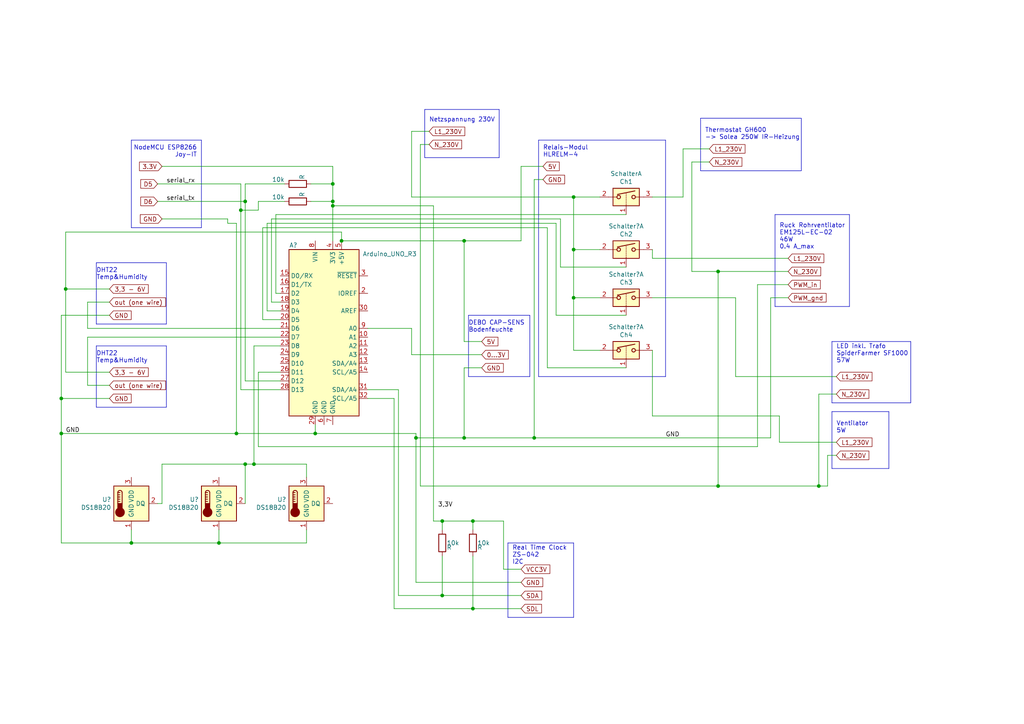
<source format=kicad_sch>
(kicad_sch (version 20230121) (generator eeschema)
  (paper "A4")
  (title_block (title "growbox") (date "28.06.2021"))
  (lib_symbols
    (symbol "Analog_Switch:DG308AxJ"
      (property "Reference" "U" (at -3.175 5.334 0))
      (property "Value" "DG308AxJ" (at -3.175 3.556 0))
      (symbol "DG308AxJ_1_1"
        (rectangle (start -3.81 2.54) (end 3.81 -2.54) (stroke (width 0.254)) (fill (type background)))
        (circle (center -2.159 0) (radius 0.508) (stroke (width 0.254)))
        (polyline (pts (xy -5.08 0) (xy -2.794 0)))
        (polyline (pts (xy -2.54 0.762) (xy 2.54 1.778)) (stroke (width 0.254)))
        (polyline (pts (xy 0 -2.54) (xy 0 -2.032)))
        (polyline (pts (xy 0 -1.778) (xy 0 -1.524)))
        (polyline (pts (xy 0 -1.27) (xy 0 -1.016)))
        (polyline (pts (xy 0 -0.762) (xy 0 -0.508)))
        (polyline (pts (xy 0 -0.254) (xy 0 0)))
        (polyline (pts (xy 0 0.254) (xy 0 0.508)))
        (polyline (pts (xy 0 0.762) (xy 0 1.016)))
        (polyline (pts (xy 5.08 0) (xy 2.794 0)))
        (circle (center 2.159 0) (radius 0.508) (stroke (width 0.254)))
        (pin input line (at 0 -5.08 90) (length 2.54) (name "~") (number "1"))
        (pin passive line (at -7.62 0 0) (length 2.54) (name "~") (number "2"))
        (pin passive line (at 7.62 0 180) (length 2.54) (name "~") (number "3"))
      )
      (symbol "DG308AxJ_2_1"
        (rectangle (start -3.81 2.54) (end 3.81 -2.54) (stroke (width 0.254)) (fill (type background)))
        (circle (center -2.159 0) (radius 0.508) (stroke (width 0.254)))
        (polyline (pts (xy -5.08 0) (xy -2.794 0)))
        (polyline (pts (xy -2.54 0.762) (xy 2.54 1.778)) (stroke (width 0.254)))
        (polyline (pts (xy 0 -2.54) (xy 0 -2.032)))
        (polyline (pts (xy 0 -1.778) (xy 0 -1.524)))
        (polyline (pts (xy 0 -1.27) (xy 0 -1.016)))
        (polyline (pts (xy 0 -0.762) (xy 0 -0.508)))
        (polyline (pts (xy 0 -0.254) (xy 0 0)))
        (polyline (pts (xy 0 0.254) (xy 0 0.508)))
        (polyline (pts (xy 0 0.762) (xy 0 1.016)))
        (polyline (pts (xy 5.08 0) (xy 2.794 0)))
        (circle (center 2.159 0) (radius 0.508) (stroke (width 0.254)))
        (pin passive line (at -7.62 0 0) (length 2.54) (name "~") (number "6"))
        (pin passive line (at 7.62 0 180) (length 2.54) (name "~") (number "7"))
        (pin input line (at 0 -5.08 90) (length 2.54) (name "~") (number "8"))
      )
      (symbol "DG308AxJ_3_1"
        (rectangle (start -3.81 2.54) (end 3.81 -2.54) (stroke (width 0.254)) (fill (type background)))
        (circle (center -2.159 0) (radius 0.508) (stroke (width 0.254)))
        (polyline (pts (xy -5.08 0) (xy -2.794 0)))
        (polyline (pts (xy -2.54 0.762) (xy 2.54 1.778)) (stroke (width 0.254)))
        (polyline (pts (xy 0 -2.54) (xy 0 -2.032)))
        (polyline (pts (xy 0 -1.778) (xy 0 -1.524)))
        (polyline (pts (xy 0 -1.27) (xy 0 -1.016)))
        (polyline (pts (xy 0 -0.762) (xy 0 -0.508)))
        (polyline (pts (xy 0 -0.254) (xy 0 0)))
        (polyline (pts (xy 0 0.254) (xy 0 0.508)))
        (polyline (pts (xy 0 0.762) (xy 0 1.016)))
        (polyline (pts (xy 5.08 0) (xy 2.794 0)))
        (circle (center 2.159 0) (radius 0.508) (stroke (width 0.254)))
        (pin passive line (at -7.62 0 0) (length 2.54) (name "~") (number "10"))
        (pin passive line (at 7.62 0 180) (length 2.54) (name "~") (number "11"))
        (pin input line (at 0 -5.08 90) (length 2.54) (name "~") (number "9"))
      )
      (symbol "DG308AxJ_4_1"
        (rectangle (start -3.81 2.54) (end 3.81 -2.54) (stroke (width 0.254)) (fill (type background)))
        (circle (center -2.159 0) (radius 0.508) (stroke (width 0.254)))
        (polyline (pts (xy -5.08 0) (xy -2.794 0)))
        (polyline (pts (xy -2.54 0.762) (xy 2.54 1.778)) (stroke (width 0.254)))
        (polyline (pts (xy 0 -2.54) (xy 0 -2.032)))
        (polyline (pts (xy 0 -1.778) (xy 0 -1.524)))
        (polyline (pts (xy 0 -1.27) (xy 0 -1.016)))
        (polyline (pts (xy 0 -0.762) (xy 0 -0.508)))
        (polyline (pts (xy 0 -0.254) (xy 0 0)))
        (polyline (pts (xy 0 0.254) (xy 0 0.508)))
        (polyline (pts (xy 0 0.762) (xy 0 1.016)))
        (polyline (pts (xy 5.08 0) (xy 2.794 0)))
        (circle (center 2.159 0) (radius 0.508) (stroke (width 0.254)))
        (pin passive line (at 7.62 0 180) (length 2.54) (name "~") (number "14"))
        (pin passive line (at -7.62 0 0) (length 2.54) (name "~") (number "15"))
        (pin input line (at 0 -5.08 90) (length 2.54) (name "~") (number "16"))
      )
      (symbol "DG308AxJ_5_0"
        (pin no_connect line (at 2.54 10.16 270) (length 2.54) hide (name "NC") (number "12"))
        (pin power_in line (at 0 12.7 270) (length 2.54) (name "V+") (number "13"))
        (pin power_in line (at 2.54 -12.7 90) (length 2.54) (name "V-") (number "4"))
        (pin power_in line (at 0 -12.7 90) (length 2.54) (name "GND") (number "5"))
      )
      (symbol "DG308AxJ_5_1"
        (rectangle (start -3.81 10.16) (end 6.35 -10.16) (stroke (width 0.254)) (fill (type background)))
      )
    )
    (symbol "Device:R" (pin_numbers hide) (pin_names (offset 0))
      (property "Reference" "R" (at 2.032 0 90))
      (property "Value" "R" (at 0 0 90))
      (symbol "R_0_1"
        (rectangle (start -1.016 -2.54) (end 1.016 2.54) (stroke (width 0.254)))
      )
      (symbol "R_1_1"
        (pin passive line (at 0 3.81 270) (length 1.27) (name "~") (number "1"))
        (pin passive line (at 0 -3.81 90) (length 1.27) (name "~") (number "2"))
      )
    )
    (symbol "MCU_Module:Arduino_UNO_R3"
      (property "Reference" "A" (at -10.16 23.495 0))
      (property "Value" "Arduino_UNO_R3" (at 5.08 -26.67 0))
      (symbol "Arduino_UNO_R3_0_1"
        (rectangle (start -10.16 22.86) (end 10.16 -25.4) (stroke (width 0.254)) (fill (type background)))
      )
      (symbol "Arduino_UNO_R3_1_1"
        (pin no_connect line (at -10.16 -20.32 0) (length 2.54) hide (name "NC") (number "1"))
        (pin bidirectional line (at 12.7 -2.54 180) (length 2.54) (name "A1") (number "10"))
        (pin bidirectional line (at 12.7 -5.08 180) (length 2.54) (name "A2") (number "11"))
        (pin bidirectional line (at 12.7 -7.62 180) (length 2.54) (name "A3") (number "12"))
        (pin bidirectional line (at 12.7 -10.16 180) (length 2.54) (name "SDA/A4") (number "13"))
        (pin bidirectional line (at 12.7 -12.7 180) (length 2.54) (name "SCL/A5") (number "14"))
        (pin bidirectional line (at -12.7 15.24 0) (length 2.54) (name "D0/RX") (number "15"))
        (pin bidirectional line (at -12.7 12.7 0) (length 2.54) (name "D1/TX") (number "16"))
        (pin bidirectional line (at -12.7 10.16 0) (length 2.54) (name "D2") (number "17"))
        (pin bidirectional line (at -12.7 7.62 0) (length 2.54) (name "D3") (number "18"))
        (pin bidirectional line (at -12.7 5.08 0) (length 2.54) (name "D4") (number "19"))
        (pin output line (at 12.7 10.16 180) (length 2.54) (name "IOREF") (number "2"))
        (pin bidirectional line (at -12.7 2.54 0) (length 2.54) (name "D5") (number "20"))
        (pin bidirectional line (at -12.7 0 0) (length 2.54) (name "D6") (number "21"))
        (pin bidirectional line (at -12.7 -2.54 0) (length 2.54) (name "D7") (number "22"))
        (pin bidirectional line (at -12.7 -5.08 0) (length 2.54) (name "D8") (number "23"))
        (pin bidirectional line (at -12.7 -7.62 0) (length 2.54) (name "D9") (number "24"))
        (pin bidirectional line (at -12.7 -10.16 0) (length 2.54) (name "D10") (number "25"))
        (pin bidirectional line (at -12.7 -12.7 0) (length 2.54) (name "D11") (number "26"))
        (pin bidirectional line (at -12.7 -15.24 0) (length 2.54) (name "D12") (number "27"))
        (pin bidirectional line (at -12.7 -17.78 0) (length 2.54) (name "D13") (number "28"))
        (pin power_in line (at -2.54 -27.94 90) (length 2.54) (name "GND") (number "29"))
        (pin input line (at 12.7 15.24 180) (length 2.54) (name "~{RESET}") (number "3"))
        (pin input line (at 12.7 5.08 180) (length 2.54) (name "AREF") (number "30"))
        (pin bidirectional line (at 12.7 -17.78 180) (length 2.54) (name "SDA/A4") (number "31"))
        (pin bidirectional line (at 12.7 -20.32 180) (length 2.54) (name "SCL/A5") (number "32"))
        (pin power_out line (at 2.54 25.4 270) (length 2.54) (name "3V3") (number "4"))
        (pin power_out line (at 5.08 25.4 270) (length 2.54) (name "+5V") (number "5"))
        (pin power_in line (at 0 -27.94 90) (length 2.54) (name "GND") (number "6"))
        (pin power_in line (at 2.54 -27.94 90) (length 2.54) (name "GND") (number "7"))
        (pin power_in line (at -2.54 25.4 270) (length 2.54) (name "VIN") (number "8"))
        (pin bidirectional line (at 12.7 0 180) (length 2.54) (name "A0") (number "9"))
      )
    )
    (symbol "growbox-rescue:DS18B20-Sensor_Temperature" (pin_names (offset 1.016))
      (property "Reference" "U" (at -3.81 6.35 0))
      (property "Value" "Sensor_Temperature_DS18B20" (at 6.35 6.35 0))
      (symbol "DS18B20-Sensor_Temperature_0_1"
        (rectangle (start -5.08 5.08) (end 5.08 -5.08) (stroke (width 0.254)) (fill (type background)))
        (circle (center -3.302 -2.54) (radius 1.27) (stroke (width 0.254)) (fill (type outline)))
        (rectangle (start -2.667 -1.905) (end -3.937 0) (stroke (width 0.254)) (fill (type outline)))
        (arc (start -2.667 3.175) (mid -3.302 3.8073) (end -3.937 3.175) (stroke (width 0.254)))
        (polyline (pts (xy -3.937 0.635) (xy -3.302 0.635)) (stroke (width 0.254)))
        (polyline (pts (xy -3.937 1.27) (xy -3.302 1.27)) (stroke (width 0.254)))
        (polyline (pts (xy -3.937 1.905) (xy -3.302 1.905)) (stroke (width 0.254)))
        (polyline (pts (xy -3.937 2.54) (xy -3.302 2.54)) (stroke (width 0.254)))
        (polyline (pts (xy -3.937 3.175) (xy -3.937 0)) (stroke (width 0.254)))
        (polyline (pts (xy -3.937 3.175) (xy -3.302 3.175)) (stroke (width 0.254)))
        (polyline (pts (xy -2.667 3.175) (xy -2.667 0)) (stroke (width 0.254)))
      )
      (symbol "DS18B20-Sensor_Temperature_1_1"
        (pin power_in line (at 0 -7.62 90) (length 2.54) (name "GND") (number "1"))
        (pin bidirectional line (at 7.62 0 180) (length 2.54) (name "DQ") (number "2"))
        (pin power_in line (at 0 7.62 270) (length 2.54) (name "VDD") (number "3"))
      )
    )
  )
  (junction (at 166.37 72.39))
  (junction (at 208.28 78.74))
  (junction (at 137.16 151.13))
  (junction (at 208.28 140.97))
  (junction (at 73.66 134.62))
  (junction (at 137.16 176.53))
  (junction (at 166.37 57.15))
  (junction (at 71.12 58.42))
  (junction (at 91.44 125.73))
  (junction (at 96.52 59.69))
  (junction (at 128.27 151.13))
  (junction (at 120.65 127))
  (junction (at 69.85 60.96))
  (junction (at 166.37 86.36))
  (junction (at 71.12 134.62))
  (junction (at 99.06 69.85))
  (junction (at 154.94 127))
  (junction (at 63.5 157.48))
  (junction (at 19.05 83.82))
  (junction (at 134.62 69.85))
  (junction (at 128.27 172.72))
  (junction (at 17.78 125.73))
  (junction (at 96.52 53.34))
  (junction (at 96.52 58.42))
  (junction (at 38.1 157.48))
  (junction (at 134.62 127))
  (junction (at 237.49 140.97))
  (junction (at 17.78 115.57))
  (junction (at 68.58 125.73))
  (wire (pts (xy 228.6 82.55) (xy 219.71 82.55)))
  (polyline (pts (xy 48.26 118.11) (xy 48.26 100.33)))
  (wire (pts (xy 88.9 134.62) (xy 73.66 134.62)))
  (wire (pts (xy 161.29 64.77) (xy 161.29 91.44)))
  (wire (pts (xy 17.78 91.44) (xy 31.75 91.44)))
  (wire (pts (xy 81.28 87.63) (xy 78.74 87.63)))
  (wire (pts (xy 19.05 83.82) (xy 31.75 83.82)))
  (wire (pts (xy 226.06 128.27) (xy 226.06 120.65)))
  (wire (pts (xy 99.06 69.85) (xy 134.62 69.85)))
  (polyline (pts (xy 241.3 119.38) (xy 241.3 135.89)))
  (wire (pts (xy 78.74 63.5) (xy 162.56 63.5)))
  (wire (pts (xy 205.74 46.99) (xy 200.66 46.99)))
  (wire (pts (xy 121.92 140.97) (xy 208.28 140.97)))
  (wire (pts (xy 162.56 77.47) (xy 181.61 77.47)))
  (polyline (pts (xy 135.89 109.22) (xy 153.67 109.22)))
  (wire (pts (xy 120.65 127) (xy 120.65 125.73)))
  (wire (pts (xy 154.94 52.07) (xy 154.94 127)))
  (wire (pts (xy 96.52 58.42) (xy 96.52 53.34)))
  (wire (pts (xy 69.85 53.34) (xy 69.85 60.96)))
  (wire (pts (xy 223.52 127) (xy 223.52 86.36)))
  (polyline (pts (xy 264.16 116.84) (xy 264.16 99.06)))
  (wire (pts (xy 242.57 128.27) (xy 226.06 128.27)))
  (wire (pts (xy 158.75 66.04) (xy 158.75 106.68)))
  (wire (pts (xy 151.13 48.26) (xy 157.48 48.26)))
  (wire (pts (xy 208.28 78.74) (xy 208.28 140.97)))
  (wire (pts (xy 114.3 176.53) (xy 114.3 115.57)))
  (wire (pts (xy 88.9 153.67) (xy 88.9 157.48)))
  (wire (pts (xy 38.1 153.67) (xy 38.1 157.48)))
  (wire (pts (xy 208.28 140.97) (xy 237.49 140.97)))
  (wire (pts (xy 71.12 58.42) (xy 71.12 110.49)))
  (wire (pts (xy 76.2 66.04) (xy 158.75 66.04)))
  (wire (pts (xy 125.73 151.13) (xy 128.27 151.13)))
  (wire (pts (xy 240.03 132.08) (xy 240.03 140.97)))
  (wire (pts (xy 134.62 127) (xy 154.94 127)))
  (wire (pts (xy 213.36 86.36) (xy 213.36 109.22)))
  (wire (pts (xy 81.28 100.33) (xy 73.66 100.33)))
  (wire (pts (xy 134.62 69.85) (xy 151.13 69.85)))
  (wire (pts (xy 81.28 90.17) (xy 77.47 90.17)))
  (wire (pts (xy 119.38 95.25) (xy 119.38 102.87)))
  (wire (pts (xy 128.27 172.72) (xy 128.27 161.29)))
  (wire (pts (xy 198.12 57.15) (xy 198.12 43.18)))
  (wire (pts (xy 96.52 59.69) (xy 125.73 59.69)))
  (wire (pts (xy 90.17 53.34) (xy 96.52 53.34)))
  (wire (pts (xy 17.78 115.57) (xy 31.75 115.57)))
  (wire (pts (xy 17.78 115.57) (xy 17.78 125.73)))
  (wire (pts (xy 119.38 38.1) (xy 124.46 38.1)))
  (polyline (pts (xy 156.21 40.64) (xy 156.21 109.22)))
  (wire (pts (xy 219.71 82.55) (xy 219.71 129.54)))
  (polyline (pts (xy 224.79 62.23) (xy 246.38 62.23)))
  (wire (pts (xy 106.68 95.25) (xy 119.38 95.25)))
  (polyline (pts (xy 38.1 40.64) (xy 38.1 66.04)))
  (wire (pts (xy 74.93 107.95) (xy 81.28 107.95)))
  (wire (pts (xy 99.06 67.31) (xy 99.06 69.85)))
  (wire (pts (xy 66.04 64.77) (xy 68.58 64.77)))
  (wire (pts (xy 91.44 125.73) (xy 120.65 125.73)))
  (wire (pts (xy 71.12 53.34) (xy 82.55 53.34)))
  (wire (pts (xy 120.65 168.91) (xy 120.65 127)))
  (wire (pts (xy 19.05 107.95) (xy 19.05 83.82)))
  (wire (pts (xy 128.27 172.72) (xy 151.13 172.72)))
  (polyline (pts (xy 257.81 135.89) (xy 241.3 135.89)))
  (wire (pts (xy 17.78 125.73) (xy 68.58 125.73)))
  (polyline (pts (xy 144.78 31.75) (xy 144.78 45.72)))
  (wire (pts (xy 137.16 153.67) (xy 137.16 151.13)))
  (polyline (pts (xy 166.37 179.07) (xy 147.32 179.07)))
  (wire (pts (xy 223.52 86.36) (xy 228.6 86.36)))
  (wire (pts (xy 77.47 64.77) (xy 161.29 64.77)))
  (wire (pts (xy 151.13 168.91) (xy 120.65 168.91)))
  (wire (pts (xy 69.85 60.96) (xy 74.93 60.96)))
  (wire (pts (xy 146.05 165.1) (xy 146.05 151.13)))
  (wire (pts (xy 166.37 101.6) (xy 166.37 86.36)))
  (wire (pts (xy 151.13 69.85) (xy 151.13 48.26)))
  (wire (pts (xy 81.28 95.25) (xy 25.4 95.25)))
  (polyline (pts (xy 27.94 118.11) (xy 48.26 118.11)))
  (polyline (pts (xy 58.42 66.04) (xy 58.42 40.64)))
  (wire (pts (xy 46.99 146.05) (xy 45.72 146.05)))
  (wire (pts (xy 74.93 58.42) (xy 82.55 58.42)))
  (wire (pts (xy 80.01 85.09) (xy 81.28 85.09)))
  (polyline (pts (xy 153.67 109.22) (xy 153.67 91.44)))
  (polyline (pts (xy 203.2 34.29) (xy 232.41 34.29)))
  (polyline (pts (xy 193.04 40.64) (xy 156.21 40.64)))
  (wire (pts (xy 73.66 134.62) (xy 71.12 134.62)))
  (polyline (pts (xy 241.3 116.84) (xy 264.16 116.84)))
  (wire (pts (xy 46.99 134.62) (xy 71.12 134.62)))
  (wire (pts (xy 139.7 99.06) (xy 134.62 99.06)))
  (wire (pts (xy 158.75 106.68) (xy 181.61 106.68)))
  (polyline (pts (xy 203.2 49.53) (xy 232.41 49.53)))
  (wire (pts (xy 237.49 114.3) (xy 237.49 140.97)))
  (polyline (pts (xy 27.94 76.2) (xy 27.94 93.98)))
  (wire (pts (xy 134.62 99.06) (xy 134.62 69.85)))
  (wire (pts (xy 173.99 101.6) (xy 166.37 101.6)))
  (wire (pts (xy 200.66 78.74) (xy 208.28 78.74)))
  (wire (pts (xy 81.28 110.49) (xy 71.12 110.49)))
  (wire (pts (xy 80.01 62.23) (xy 181.61 62.23)))
  (wire (pts (xy 88.9 138.43) (xy 88.9 134.62)))
  (wire (pts (xy 25.4 111.76) (xy 31.75 111.76)))
  (wire (pts (xy 38.1 157.48) (xy 17.78 157.48)))
  (polyline (pts (xy 27.94 93.98) (xy 48.26 93.98)))
  (wire (pts (xy 173.99 57.15) (xy 166.37 57.15)))
  (wire (pts (xy 228.6 74.93) (xy 189.23 74.93)))
  (wire (pts (xy 68.58 125.73) (xy 91.44 125.73)))
  (wire (pts (xy 151.13 176.53) (xy 137.16 176.53)))
  (wire (pts (xy 19.05 107.95) (xy 31.75 107.95)))
  (polyline (pts (xy 123.19 45.72) (xy 123.19 31.75)))
  (wire (pts (xy 25.4 97.79) (xy 25.4 111.76)))
  (wire (pts (xy 240.03 140.97) (xy 237.49 140.97)))
  (wire (pts (xy 154.94 52.07) (xy 157.48 52.07)))
  (polyline (pts (xy 166.37 179.07) (xy 166.37 157.48)))
  (wire (pts (xy 19.05 83.82) (xy 19.05 67.31)))
  (wire (pts (xy 96.52 59.69) (xy 96.52 69.85)))
  (wire (pts (xy 137.16 151.13) (xy 146.05 151.13)))
  (wire (pts (xy 228.6 78.74) (xy 208.28 78.74)))
  (wire (pts (xy 81.28 97.79) (xy 25.4 97.79)))
  (polyline (pts (xy 135.89 91.44) (xy 135.89 109.22)))
  (wire (pts (xy 134.62 106.68) (xy 134.62 127)))
  (polyline (pts (xy 246.38 88.9) (xy 224.79 88.9)))
  (wire (pts (xy 17.78 91.44) (xy 17.78 115.57)))
  (wire (pts (xy 242.57 114.3) (xy 237.49 114.3)))
  (wire (pts (xy 96.52 59.69) (xy 96.52 58.42)))
  (wire (pts (xy 125.73 59.69) (xy 125.73 151.13)))
  (wire (pts (xy 74.93 129.54) (xy 74.93 107.95)))
  (wire (pts (xy 166.37 72.39) (xy 166.37 57.15)))
  (wire (pts (xy 68.58 64.77) (xy 68.58 125.73)))
  (polyline (pts (xy 241.3 99.06) (xy 241.3 116.84)))
  (wire (pts (xy 106.68 113.03) (xy 115.57 113.03)))
  (wire (pts (xy 121.92 41.91) (xy 121.92 140.97)))
  (wire (pts (xy 173.99 72.39) (xy 166.37 72.39)))
  (wire (pts (xy 91.44 125.73) (xy 91.44 123.19)))
  (wire (pts (xy 45.72 58.42) (xy 71.12 58.42)))
  (polyline (pts (xy 264.16 99.06) (xy 241.3 99.06)))
  (wire (pts (xy 46.99 134.62) (xy 46.99 146.05)))
  (wire (pts (xy 119.38 102.87) (xy 139.7 102.87)))
  (wire (pts (xy 115.57 172.72) (xy 128.27 172.72)))
  (wire (pts (xy 74.93 129.54) (xy 219.71 129.54)))
  (wire (pts (xy 128.27 153.67) (xy 128.27 151.13)))
  (wire (pts (xy 81.28 113.03) (xy 69.85 113.03)))
  (wire (pts (xy 71.12 134.62) (xy 71.12 146.05)))
  (wire (pts (xy 25.4 87.63) (xy 31.75 87.63)))
  (wire (pts (xy 66.04 64.77) (xy 66.04 63.5)))
  (wire (pts (xy 124.46 41.91) (xy 121.92 41.91)))
  (wire (pts (xy 17.78 125.73) (xy 17.78 157.48)))
  (wire (pts (xy 74.93 60.96) (xy 74.93 58.42)))
  (polyline (pts (xy 27.94 100.33) (xy 27.94 118.11)))
  (polyline (pts (xy 203.2 34.29) (xy 203.2 49.53)))
  (wire (pts (xy 45.72 53.34) (xy 69.85 53.34)))
  (wire (pts (xy 63.5 157.48) (xy 38.1 157.48)))
  (polyline (pts (xy 123.19 31.75) (xy 144.78 31.75)))
  (wire (pts (xy 78.74 63.5) (xy 78.74 87.63)))
  (wire (pts (xy 226.06 120.65) (xy 189.23 120.65)))
  (wire (pts (xy 166.37 86.36) (xy 166.37 72.39)))
  (wire (pts (xy 69.85 60.96) (xy 69.85 113.03)))
  (polyline (pts (xy 232.41 49.53) (xy 232.41 34.29)))
  (polyline (pts (xy 246.38 62.23) (xy 246.38 88.9)))
  (wire (pts (xy 200.66 46.99) (xy 200.66 78.74)))
  (wire (pts (xy 88.9 157.48) (xy 63.5 157.48)))
  (polyline (pts (xy 144.78 45.72) (xy 123.19 45.72)))
  (wire (pts (xy 189.23 74.93) (xy 189.23 72.39)))
  (wire (pts (xy 134.62 127) (xy 120.65 127)))
  (wire (pts (xy 134.62 106.68) (xy 139.7 106.68)))
  (wire (pts (xy 223.52 127) (xy 154.94 127)))
  (wire (pts (xy 115.57 113.03) (xy 115.57 172.72)))
  (polyline (pts (xy 257.81 119.38) (xy 257.81 135.89)))
  (wire (pts (xy 114.3 115.57) (xy 106.68 115.57)))
  (wire (pts (xy 189.23 57.15) (xy 198.12 57.15)))
  (polyline (pts (xy 224.79 88.9) (xy 224.79 62.23)))
  (wire (pts (xy 77.47 64.77) (xy 77.47 90.17)))
  (wire (pts (xy 173.99 86.36) (xy 166.37 86.36)))
  (wire (pts (xy 240.03 132.08) (xy 242.57 132.08)))
  (wire (pts (xy 198.12 43.18) (xy 205.74 43.18)))
  (polyline (pts (xy 48.26 100.33) (xy 27.94 100.33)))
  (polyline (pts (xy 153.67 91.44) (xy 135.89 91.44)))
  (wire (pts (xy 151.13 165.1) (xy 146.05 165.1)))
  (wire (pts (xy 137.16 176.53) (xy 137.16 161.29)))
  (polyline (pts (xy 38.1 66.04) (xy 58.42 66.04)))
  (wire (pts (xy 96.52 53.34) (xy 96.52 48.26)))
  (wire (pts (xy 46.99 48.26) (xy 96.52 48.26)))
  (wire (pts (xy 25.4 95.25) (xy 25.4 87.63)))
  (polyline (pts (xy 48.26 93.98) (xy 48.26 76.2)))
  (wire (pts (xy 161.29 91.44) (xy 181.61 91.44)))
  (wire (pts (xy 128.27 151.13) (xy 137.16 151.13)))
  (wire (pts (xy 81.28 92.71) (xy 76.2 92.71)))
  (wire (pts (xy 19.05 67.31) (xy 99.06 67.31)))
  (polyline (pts (xy 147.32 157.48) (xy 166.37 157.48)))
  (wire (pts (xy 66.04 63.5) (xy 46.99 63.5)))
  (polyline (pts (xy 58.42 40.64) (xy 38.1 40.64)))
  (wire (pts (xy 189.23 120.65) (xy 189.23 101.6)))
  (wire (pts (xy 76.2 66.04) (xy 76.2 92.71)))
  (wire (pts (xy 71.12 53.34) (xy 71.12 58.42)))
  (wire (pts (xy 166.37 57.15) (xy 119.38 57.15)))
  (wire (pts (xy 189.23 86.36) (xy 213.36 86.36)))
  (polyline (pts (xy 156.21 109.22) (xy 193.04 109.22)))
  (polyline (pts (xy 147.32 157.48) (xy 147.32 179.07)))
  (polyline (pts (xy 241.3 119.38) (xy 257.81 119.38)))
  (wire (pts (xy 119.38 57.15) (xy 119.38 38.1)))
  (wire (pts (xy 63.5 153.67) (xy 63.5 157.48)))
  (polyline (pts (xy 48.26 76.2) (xy 27.94 76.2)))
  (wire (pts (xy 73.66 100.33) (xy 73.66 134.62)))
  (wire (pts (xy 213.36 109.22) (xy 242.57 109.22)))
  (wire (pts (xy 137.16 176.53) (xy 114.3 176.53)))
  (wire (pts (xy 90.17 58.42) (xy 96.52 58.42)))
  (wire (pts (xy 80.01 62.23) (xy 80.01 85.09)))
  (wire (pts (xy 162.56 63.5) (xy 162.56 77.47)))
  (polyline (pts (xy 193.04 109.22) (xy 193.04 40.64)))
  (text "DHT22\nTemp&Humidity" (at 27.94 105.41 0) (effects (font (size 1.27 1.27)) (justify left bottom)))
  (text "Thermostat GH600\n-> Solea 250W IR-Heizung" (at 204.47 40.64 0) (effects (font (size 1.27 1.27)) (justify left bottom)))
  (text "LED inkl. Trafo\nSpiderFarmer SF1000\n57W" (at 242.57 105.41 0) (effects (font (size 1.27 1.27)) (justify left bottom)))
  (text "DEBO CAP-SENS\nBodenfeuchte" (at 135.89 96.52 0) (effects (font (size 1.27 1.27)) (justify left bottom)))
  (text "Relais-Modul\nHLRELM-4" (at 157.48 45.72 0) (effects (font (size 1.27 1.27)) (justify left bottom)))
  (text "Ventilator\n5W" (at 242.57 125.73 0) (effects (font (size 1.27 1.27)) (justify left bottom)))
  (text "Real Time Clock\nZS-042\nI2C" (at 148.59 163.83 0) (effects (font (size 1.27 1.27)) (justify left bottom)))
  (text "Ruck Rohrventilator\nEM125L-EC-02\n46W\n0.4 A_max" (at 226.06 72.39 0) (effects (font (size 1.27 1.27)) (justify left bottom)))
  (text "Netzspannung 230V" (at 124.46 35.56 0) (effects (font (size 1.27 1.27)) (justify left bottom)))
  (text "NodeMCU ESP8266\nJoy-IT\n" (at 57.15 45.72 0) (effects (font (size 1.27 1.27)) (justify right bottom)))
  (text "DHT22\nTemp&Humidity" (at 27.94 81.28 0) (effects (font (size 1.27 1.27)) (justify left bottom)))
  (label "GND" (at 19.05 125.73 0))
  (label "serial_rx" (at 48.26 53.34 0))
  (label "serial_tx" (at 48.26 58.42 0))
  (label "3,3V" (at 127 147.32 0))
  (label "GND" (at 193.04 127 0))
  (global_label "N_230V" (shape input) (at 242.57 132.08 0) (property "Intersheetrefs" "${INTERSHEET_REFS}" (effects hide)))
  (global_label "N_230V" (shape input) (at 228.6 78.74 0) (property "Intersheetrefs" "${INTERSHEET_REFS}" (effects hide)))
  (global_label "D5" (shape input) (at 45.72 53.34 180) (property "Intersheetrefs" "${INTERSHEET_REFS}" (effects hide)))
  (global_label "N_230V" (shape input) (at 205.74 46.99 0) (property "Intersheetrefs" "${INTERSHEET_REFS}" (effects hide)))
  (global_label "out (one wire)" (shape input) (at 31.75 87.63 0) (property "Intersheetrefs" "${INTERSHEET_REFS}" (effects hide)))
  (global_label "L1_230V" (shape input) (at 242.57 128.27 0) (property "Intersheetrefs" "${INTERSHEET_REFS}" (effects hide)))
  (global_label "L1_230V" (shape input) (at 124.46 38.1 0) (property "Intersheetrefs" "${INTERSHEET_REFS}" (effects hide)))
  (global_label "L1_230V" (shape input) (at 205.74 43.18 0) (property "Intersheetrefs" "${INTERSHEET_REFS}" (effects hide)))
  (global_label "0...3V" (shape input) (at 139.7 102.87 0) (property "Intersheetrefs" "${INTERSHEET_REFS}" (effects hide)))
  (global_label "D6" (shape input) (at 45.72 58.42 180) (property "Intersheetrefs" "${INTERSHEET_REFS}" (effects hide)))
  (global_label "PWM_in" (shape input) (at 228.6 82.55 0) (property "Intersheetrefs" "${INTERSHEET_REFS}" (effects hide)))
  (global_label "GND" (shape input) (at 139.7 106.68 0) (property "Intersheetrefs" "${INTERSHEET_REFS}" (effects hide)))
  (global_label "L1_230V" (shape input) (at 228.6 74.93 0) (property "Intersheetrefs" "${INTERSHEET_REFS}" (effects hide)))
  (global_label "SDA" (shape input) (at 151.13 172.72 0) (property "Intersheetrefs" "${INTERSHEET_REFS}" (effects hide)))
  (global_label "GND" (shape input) (at 151.13 168.91 0) (property "Intersheetrefs" "${INTERSHEET_REFS}" (effects hide)))
  (global_label "3.3V" (shape input) (at 46.99 48.26 180) (property "Intersheetrefs" "${INTERSHEET_REFS}" (effects hide)))
  (global_label "GND" (shape input) (at 46.99 63.5 180) (property "Intersheetrefs" "${INTERSHEET_REFS}" (effects hide)))
  (global_label "GND" (shape input) (at 31.75 91.44 0) (property "Intersheetrefs" "${INTERSHEET_REFS}" (effects hide)))
  (global_label "5V" (shape input) (at 139.7 99.06 0) (property "Intersheetrefs" "${INTERSHEET_REFS}" (effects hide)))
  (global_label "3,3 - 6V" (shape input) (at 31.75 83.82 0) (property "Intersheetrefs" "${INTERSHEET_REFS}" (effects hide)))
  (global_label "out (one wire)" (shape input) (at 31.75 111.76 0) (property "Intersheetrefs" "${INTERSHEET_REFS}" (effects hide)))
  (global_label "GND" (shape input) (at 31.75 115.57 0) (property "Intersheetrefs" "${INTERSHEET_REFS}" (effects hide)))
  (global_label "GND" (shape input) (at 157.48 52.07 0) (property "Intersheetrefs" "${INTERSHEET_REFS}" (effects hide)))
  (global_label "3,3 - 6V" (shape input) (at 31.75 107.95 0) (property "Intersheetrefs" "${INTERSHEET_REFS}" (effects hide)))
  (global_label "SDL" (shape input) (at 151.13 176.53 0) (property "Intersheetrefs" "${INTERSHEET_REFS}" (effects hide)))
  (global_label "N_230V" (shape input) (at 242.57 114.3 0) (property "Intersheetrefs" "${INTERSHEET_REFS}" (effects hide)))
  (global_label "N_230V" (shape input) (at 124.46 41.91 0) (property "Intersheetrefs" "${INTERSHEET_REFS}" (effects hide)))
  (global_label "L1_230V" (shape input) (at 242.57 109.22 0) (property "Intersheetrefs" "${INTERSHEET_REFS}" (effects hide)))
  (global_label "PWM_gnd" (shape input) (at 228.6 86.36 0) (property "Intersheetrefs" "${INTERSHEET_REFS}" (effects hide)))
  (global_label "VCC3V" (shape input) (at 151.13 165.1 0) (property "Intersheetrefs" "${INTERSHEET_REFS}" (effects hide)))
  (global_label "5V" (shape input) (at 157.48 48.26 0) (property "Intersheetrefs" "${INTERSHEET_REFS}" (effects hide)))
  (symbol (lib_id "MCU_Module:Arduino_UNO_R3") (at 93.98 95.25 0) (unit 1)
    (property "Reference" "A?" (at 85.09 71.12 0))
    (property "Value" "Arduino_UNO_R3" (at 113.03 73.66 0))
    (property "Footprint" "Module:Arduino_UNO_R3" (effects hide))
    (property "Datasheet" "https://www.arduino.cc/en/Main/arduinoBoardUno" (effects hide))
  )
  (symbol (lib_id "growbox-rescue:DS18B20-Sensor_Temperature") (at 88.9 146.05 0) (unit 1)
    (property "Reference" "U?" (at 83.058 144.8816 0) (effects (justify right)))
    (property "Value" "DS18B20" (at 83.058 147.193 0) (effects (justify right)))
    (property "Footprint" "Package_TO_SOT_THT:TO-92_Inline" (effects hide))
    (property "Datasheet" "http://datasheets.maximintegrated.com/en/ds/DS18B20.pdf" (effects hide))
  )
  (symbol (lib_id "growbox-rescue:DS18B20-Sensor_Temperature") (at 63.5 146.05 0) (unit 1)
    (property "Reference" "U?" (at 57.658 144.8816 0) (effects (justify right)))
    (property "Value" "DS18B20" (at 57.658 147.193 0) (effects (justify right)))
    (property "Footprint" "Package_TO_SOT_THT:TO-92_Inline" (effects hide))
    (property "Datasheet" "http://datasheets.maximintegrated.com/en/ds/DS18B20.pdf" (effects hide))
  )
  (symbol (lib_id "growbox-rescue:DS18B20-Sensor_Temperature") (at 38.1 146.05 0) (unit 1)
    (property "Reference" "U?" (at 32.258 144.8816 0) (effects (justify right)))
    (property "Value" "DS18B20" (at 32.258 147.193 0) (effects (justify right)))
    (property "Footprint" "Package_TO_SOT_THT:TO-92_Inline" (effects hide))
    (property "Datasheet" "http://datasheets.maximintegrated.com/en/ds/DS18B20.pdf" (effects hide))
  )
  (symbol (lib_id "Analog_Switch:DG308AxJ") (at 181.61 57.15 0) (unit 1)
    (property "Reference" "Schalter" (at 181.61 50.3682 0))
    (property "Value" "Ch1" (at 181.61 52.6796 0))
    (property "Footprint" "Package_DIP:DIP-16_W7.62mm" (effects hide))
    (property "Datasheet" "http://pdf.datasheetcatalog.com/datasheets/70/494502_DS.pdf" (effects hide))
  )
  (symbol (lib_id "Analog_Switch:DG308AxJ") (at 181.61 72.39 0) (unit 1)
    (property "Reference" "Schalter?" (at 181.61 65.6082 0))
    (property "Value" "Ch2" (at 181.61 67.9196 0))
    (property "Footprint" "Package_DIP:DIP-16_W7.62mm" (effects hide))
    (property "Datasheet" "http://pdf.datasheetcatalog.com/datasheets/70/494502_DS.pdf" (effects hide))
  )
  (symbol (lib_id "Analog_Switch:DG308AxJ") (at 181.61 86.36 0) (unit 1)
    (property "Reference" "Schalter?" (at 181.61 79.5782 0))
    (property "Value" "Ch3" (at 181.61 81.8896 0))
    (property "Footprint" "Package_DIP:DIP-16_W7.62mm" (effects hide))
    (property "Datasheet" "http://pdf.datasheetcatalog.com/datasheets/70/494502_DS.pdf" (effects hide))
  )
  (symbol (lib_id "Analog_Switch:DG308AxJ") (at 181.61 101.6 0) (unit 1)
    (property "Reference" "Schalter?" (at 181.61 94.8182 0))
    (property "Value" "Ch4" (at 181.61 97.1296 0))
    (property "Footprint" "Package_DIP:DIP-16_W7.62mm" (effects hide))
    (property "Datasheet" "http://pdf.datasheetcatalog.com/datasheets/70/494502_DS.pdf" (effects hide))
  )
  (symbol (lib_id "Device:R") (at 128.27 157.48 0) (unit 1)
    (property "Reference" "10k" (at 129.54 157.48 0) (effects (justify left)))
    (property "Value" "R" (at 129.54 158.75 0) (effects (justify left)))
  )
  (symbol (lib_id "Device:R") (at 137.16 157.48 0) (unit 1)
    (property "Reference" "10k" (at 138.43 157.48 0) (effects (justify left)))
    (property "Value" "R" (at 138.43 158.75 0) (effects (justify left)))
  )
  (symbol (lib_id "Device:R") (at 86.36 58.42 90) (unit 1)
    (property "Reference" "10k" (at 82.55 57.15 90) (effects (justify left)))
    (property "Value" "R" (at 87.63 57.15 0) (effects (justify left)))
  )
  (symbol (lib_id "Device:R") (at 86.36 53.34 90) (unit 1)
    (property "Reference" "10k" (at 82.55 52.07 90) (effects (justify left)))
    (property "Value" "R" (at 87.63 52.07 0) (effects (justify left)))
  )
)
</source>
